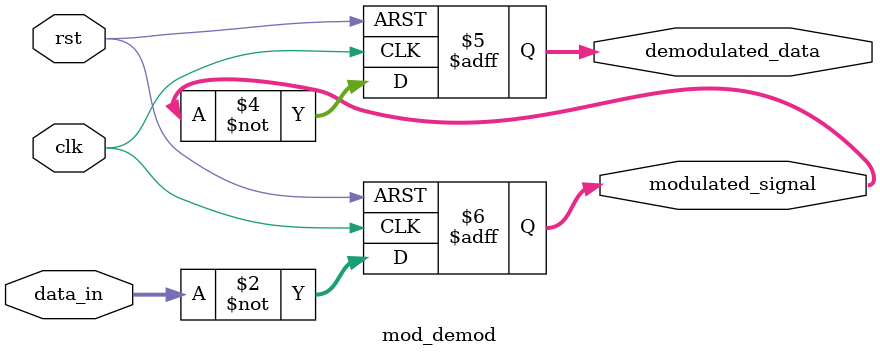
<source format=v>
module mod_demod #(
    parameter DATA_WIDTH = 16
)(
    input clk,
    input rst,
    input [DATA_WIDTH-1:0] data_in,
    output reg [DATA_WIDTH-1:0] modulated_signal,
    output reg [DATA_WIDTH-1:0] demodulated_data
);
    always @(posedge clk or posedge rst)
        if(rst)
            modulated_signal <= {DATA_WIDTH{1'b0}};
        else
            modulated_signal <= ~data_in;
    
    always @(posedge clk or posedge rst)
        if(rst)
            demodulated_data <= {DATA_WIDTH{1'b0}};
        else
            demodulated_data <= ~modulated_signal;
endmodule
</source>
